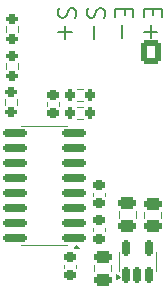
<source format=gbr>
%TF.GenerationSoftware,KiCad,Pcbnew,9.0.6*%
%TF.CreationDate,2025-12-29T21:28:49-05:00*%
%TF.ProjectId,plimsoll,706c696d-736f-46c6-9c2e-6b696361645f,rev?*%
%TF.SameCoordinates,Original*%
%TF.FileFunction,Legend,Top*%
%TF.FilePolarity,Positive*%
%FSLAX46Y46*%
G04 Gerber Fmt 4.6, Leading zero omitted, Abs format (unit mm)*
G04 Created by KiCad (PCBNEW 9.0.6) date 2025-12-29 21:28:49*
%MOMM*%
%LPD*%
G01*
G04 APERTURE LIST*
G04 Aperture macros list*
%AMRoundRect*
0 Rectangle with rounded corners*
0 $1 Rounding radius*
0 $2 $3 $4 $5 $6 $7 $8 $9 X,Y pos of 4 corners*
0 Add a 4 corners polygon primitive as box body*
4,1,4,$2,$3,$4,$5,$6,$7,$8,$9,$2,$3,0*
0 Add four circle primitives for the rounded corners*
1,1,$1+$1,$2,$3*
1,1,$1+$1,$4,$5*
1,1,$1+$1,$6,$7*
1,1,$1+$1,$8,$9*
0 Add four rect primitives between the rounded corners*
20,1,$1+$1,$2,$3,$4,$5,0*
20,1,$1+$1,$4,$5,$6,$7,0*
20,1,$1+$1,$6,$7,$8,$9,0*
20,1,$1+$1,$8,$9,$2,$3,0*%
G04 Aperture macros list end*
%ADD10C,0.187500*%
%ADD11C,0.120000*%
%ADD12RoundRect,0.200000X-0.275000X0.200000X-0.275000X-0.200000X0.275000X-0.200000X0.275000X0.200000X0*%
%ADD13RoundRect,0.250000X0.600000X0.725000X-0.600000X0.725000X-0.600000X-0.725000X0.600000X-0.725000X0*%
%ADD14O,1.700000X1.950000*%
%ADD15RoundRect,0.225000X0.250000X-0.225000X0.250000X0.225000X-0.250000X0.225000X-0.250000X-0.225000X0*%
%ADD16C,3.200000*%
%ADD17RoundRect,0.250000X0.475000X-0.250000X0.475000X0.250000X-0.475000X0.250000X-0.475000X-0.250000X0*%
%ADD18RoundRect,0.150000X0.150000X-0.512500X0.150000X0.512500X-0.150000X0.512500X-0.150000X-0.512500X0*%
%ADD19RoundRect,0.150000X0.850000X0.150000X-0.850000X0.150000X-0.850000X-0.150000X0.850000X-0.150000X0*%
%ADD20RoundRect,0.225000X-0.250000X0.225000X-0.250000X-0.225000X0.250000X-0.225000X0.250000X0.225000X0*%
%ADD21RoundRect,0.200000X0.275000X-0.200000X0.275000X0.200000X-0.275000X0.200000X-0.275000X-0.200000X0*%
%ADD22RoundRect,0.200000X-0.200000X-0.275000X0.200000X-0.275000X0.200000X0.275000X-0.200000X0.275000X0*%
%ADD23RoundRect,0.250000X-0.475000X0.250000X-0.475000X-0.250000X0.475000X-0.250000X0.475000X0.250000X0*%
%ADD24R,1.350000X1.350000*%
%ADD25C,1.350000*%
G04 APERTURE END LIST*
D10*
X38423783Y-20380497D02*
X38423783Y-20880497D01*
X37638069Y-21094783D02*
X37638069Y-20380497D01*
X37638069Y-20380497D02*
X39138069Y-20380497D01*
X39138069Y-20380497D02*
X39138069Y-21094783D01*
X38209498Y-21737640D02*
X38209498Y-22880498D01*
X37638069Y-22309069D02*
X38780926Y-22309069D01*
X36008867Y-20380497D02*
X36008867Y-20880497D01*
X35223153Y-21094783D02*
X35223153Y-20380497D01*
X35223153Y-20380497D02*
X36723153Y-20380497D01*
X36723153Y-20380497D02*
X36723153Y-21094783D01*
X35794582Y-21737640D02*
X35794582Y-22880498D01*
X32879666Y-20309069D02*
X32808237Y-20523355D01*
X32808237Y-20523355D02*
X32808237Y-20880497D01*
X32808237Y-20880497D02*
X32879666Y-21023355D01*
X32879666Y-21023355D02*
X32951094Y-21094783D01*
X32951094Y-21094783D02*
X33093951Y-21166212D01*
X33093951Y-21166212D02*
X33236808Y-21166212D01*
X33236808Y-21166212D02*
X33379666Y-21094783D01*
X33379666Y-21094783D02*
X33451094Y-21023355D01*
X33451094Y-21023355D02*
X33522523Y-20880497D01*
X33522523Y-20880497D02*
X33593951Y-20594783D01*
X33593951Y-20594783D02*
X33665380Y-20451926D01*
X33665380Y-20451926D02*
X33736808Y-20380497D01*
X33736808Y-20380497D02*
X33879666Y-20309069D01*
X33879666Y-20309069D02*
X34022523Y-20309069D01*
X34022523Y-20309069D02*
X34165380Y-20380497D01*
X34165380Y-20380497D02*
X34236808Y-20451926D01*
X34236808Y-20451926D02*
X34308237Y-20594783D01*
X34308237Y-20594783D02*
X34308237Y-20951926D01*
X34308237Y-20951926D02*
X34236808Y-21166212D01*
X33379666Y-21809068D02*
X33379666Y-22951926D01*
X30464750Y-20309069D02*
X30393321Y-20523355D01*
X30393321Y-20523355D02*
X30393321Y-20880497D01*
X30393321Y-20880497D02*
X30464750Y-21023355D01*
X30464750Y-21023355D02*
X30536178Y-21094783D01*
X30536178Y-21094783D02*
X30679035Y-21166212D01*
X30679035Y-21166212D02*
X30821892Y-21166212D01*
X30821892Y-21166212D02*
X30964750Y-21094783D01*
X30964750Y-21094783D02*
X31036178Y-21023355D01*
X31036178Y-21023355D02*
X31107607Y-20880497D01*
X31107607Y-20880497D02*
X31179035Y-20594783D01*
X31179035Y-20594783D02*
X31250464Y-20451926D01*
X31250464Y-20451926D02*
X31321892Y-20380497D01*
X31321892Y-20380497D02*
X31464750Y-20309069D01*
X31464750Y-20309069D02*
X31607607Y-20309069D01*
X31607607Y-20309069D02*
X31750464Y-20380497D01*
X31750464Y-20380497D02*
X31821892Y-20451926D01*
X31821892Y-20451926D02*
X31893321Y-20594783D01*
X31893321Y-20594783D02*
X31893321Y-20951926D01*
X31893321Y-20951926D02*
X31821892Y-21166212D01*
X30964750Y-21809068D02*
X30964750Y-22951926D01*
X30393321Y-22380497D02*
X31536178Y-22380497D01*
D11*
%TO.C,R12*%
X25847500Y-28047742D02*
X25847500Y-28522258D01*
X26892500Y-28047742D02*
X26892500Y-28522258D01*
%TO.C,C8*%
X33290000Y-36215580D02*
X33290000Y-35934420D01*
X34310000Y-36215580D02*
X34310000Y-35934420D01*
%TO.C,C11*%
X37635000Y-38081252D02*
X37635000Y-37558748D01*
X39105000Y-38081252D02*
X39105000Y-37558748D01*
%TO.C,R11*%
X25927500Y-24962742D02*
X25927500Y-25437258D01*
X26972500Y-24962742D02*
X26972500Y-25437258D01*
%TO.C,U5*%
X35520000Y-41752500D02*
X35520000Y-40952500D01*
X35520000Y-41752500D02*
X35520000Y-42552500D01*
X38640000Y-41752500D02*
X38640000Y-40952500D01*
X38640000Y-41752500D02*
X38640000Y-42552500D01*
X35570000Y-43052500D02*
X35240000Y-43292500D01*
X35240000Y-42812500D01*
X35570000Y-43052500D01*
G36*
X35570000Y-43052500D02*
G01*
X35240000Y-43292500D01*
X35240000Y-42812500D01*
X35570000Y-43052500D01*
G37*
%TO.C,U6*%
X29200000Y-30275000D02*
X27250000Y-30275000D01*
X29200000Y-30275000D02*
X31150000Y-30275000D01*
X29200000Y-40395000D02*
X27250000Y-40395000D01*
X29200000Y-40395000D02*
X31150000Y-40395000D01*
X32165000Y-40670000D02*
X31685000Y-40670000D01*
X31925000Y-40340000D01*
X32165000Y-40670000D01*
G36*
X32165000Y-40670000D02*
G01*
X31685000Y-40670000D01*
X31925000Y-40340000D01*
X32165000Y-40670000D01*
G37*
%TO.C,C7*%
X29390000Y-28309420D02*
X29390000Y-28590580D01*
X30410000Y-28309420D02*
X30410000Y-28590580D01*
%TO.C,R10*%
X25927500Y-22337258D02*
X25927500Y-21862742D01*
X26972500Y-22337258D02*
X26972500Y-21862742D01*
%TO.C,C9*%
X30890000Y-42034420D02*
X30890000Y-42315580D01*
X31910000Y-42034420D02*
X31910000Y-42315580D01*
%TO.C,R8*%
X31987742Y-27177500D02*
X32462258Y-27177500D01*
X31987742Y-28222500D02*
X32462258Y-28222500D01*
%TO.C,R7*%
X32002742Y-28687500D02*
X32477258Y-28687500D01*
X32002742Y-29732500D02*
X32477258Y-29732500D01*
%TO.C,C12*%
X33290000Y-38934420D02*
X33290000Y-39215580D01*
X34310000Y-38934420D02*
X34310000Y-39215580D01*
%TO.C,C6*%
X33415000Y-42088748D02*
X33415000Y-42611252D01*
X34885000Y-42088748D02*
X34885000Y-42611252D01*
%TO.C,C10*%
X35505000Y-38061252D02*
X35505000Y-37538748D01*
X36975000Y-38061252D02*
X36975000Y-37538748D01*
%TD*%
%LPC*%
D12*
%TO.C,R12*%
X26370000Y-27460000D03*
X26370000Y-29110000D03*
%TD*%
D13*
%TO.C,J3*%
X38200000Y-24060000D03*
D14*
X35700000Y-24060000D03*
X33200000Y-24060000D03*
X30700000Y-24060000D03*
%TD*%
D15*
%TO.C,C8*%
X33800000Y-36850000D03*
X33800000Y-35300000D03*
%TD*%
D16*
%TO.C,H1*%
X36600000Y-31839706D03*
%TD*%
D17*
%TO.C,C11*%
X38370000Y-38770000D03*
X38370000Y-36870000D03*
%TD*%
D12*
%TO.C,R11*%
X26450000Y-24375000D03*
X26450000Y-26025000D03*
%TD*%
D18*
%TO.C,U5*%
X36130000Y-42890000D03*
X37080000Y-42890000D03*
X38030000Y-42890000D03*
X38030000Y-40615000D03*
X36130000Y-40615000D03*
%TD*%
D19*
%TO.C,U6*%
X31700000Y-39780000D03*
X31700000Y-38510000D03*
X31700000Y-37240000D03*
X31700000Y-35970000D03*
X31700000Y-34700000D03*
X31700000Y-33430000D03*
X31700000Y-32160000D03*
X31700000Y-30890000D03*
X26700000Y-30890000D03*
X26700000Y-32160000D03*
X26700000Y-33430000D03*
X26700000Y-34700000D03*
X26700000Y-35970000D03*
X26700000Y-37240000D03*
X26700000Y-38510000D03*
X26700000Y-39780000D03*
%TD*%
D20*
%TO.C,C7*%
X29900000Y-27675000D03*
X29900000Y-29225000D03*
%TD*%
D21*
%TO.C,R10*%
X26450000Y-22925000D03*
X26450000Y-21275000D03*
%TD*%
D20*
%TO.C,C9*%
X31400000Y-41400000D03*
X31400000Y-42950000D03*
%TD*%
D22*
%TO.C,R8*%
X31400000Y-27700000D03*
X33050000Y-27700000D03*
%TD*%
%TO.C,R7*%
X31415000Y-29210000D03*
X33065000Y-29210000D03*
%TD*%
D20*
%TO.C,C12*%
X33800000Y-38300000D03*
X33800000Y-39850000D03*
%TD*%
D23*
%TO.C,C6*%
X34150000Y-41400000D03*
X34150000Y-43300000D03*
%TD*%
D17*
%TO.C,C10*%
X36240000Y-38750000D03*
X36240000Y-36850000D03*
%TD*%
D24*
%TO.C,J1*%
X29480000Y-47480000D03*
D25*
X29480000Y-45480000D03*
X31480000Y-47480000D03*
X31480000Y-45480000D03*
X33480000Y-47480000D03*
X33480000Y-45480000D03*
X35480000Y-47480000D03*
X35480000Y-45480000D03*
X37480000Y-47480000D03*
X37480000Y-45480000D03*
X39480000Y-47480000D03*
X39480000Y-45480000D03*
%TD*%
%LPD*%
M02*

</source>
